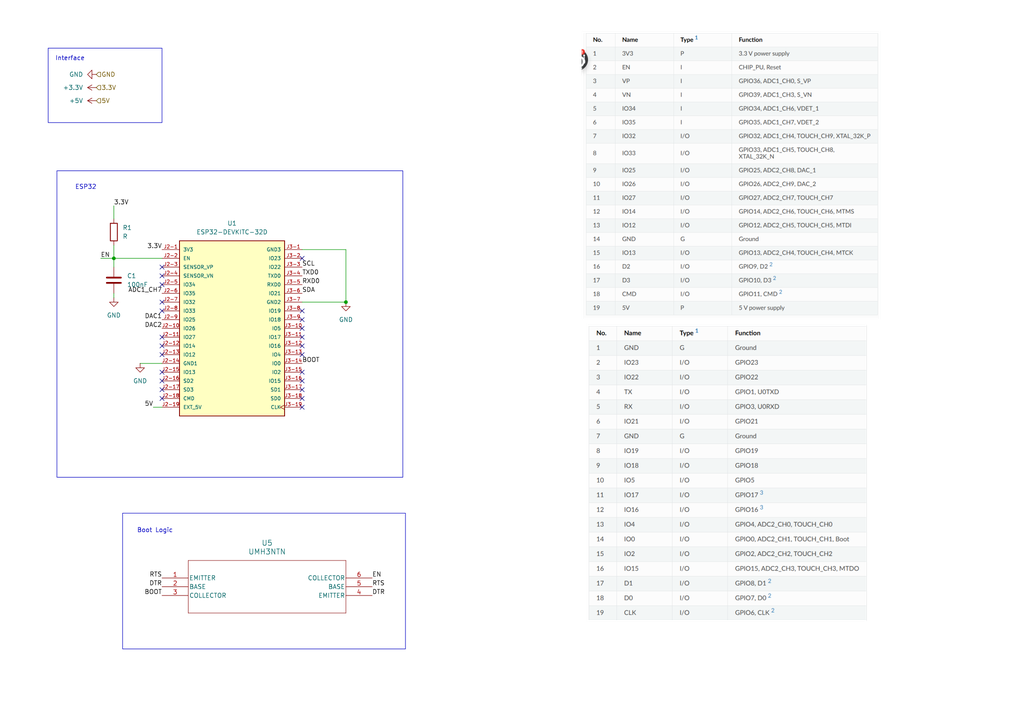
<source format=kicad_sch>
(kicad_sch (version 20250114) (generator "eeschema") (generator_version "9.0")
  (paper "A4")
  (lib_symbols
    (symbol "Device:C" (pin_numbers (hide yes)) (pin_names (offset 0.254))
      (property "Reference" "C" (at 0.635 2.54 0))
      (property "Value" "C" (at 0.635 -2.54 0))
      (symbol "C_0_1"
        (polyline (pts (xy -2.032 0.762) (xy 2.032 0.762)) (stroke (width 0.508)))
        (polyline (pts (xy -2.032 -0.762) (xy 2.032 -0.762)) (stroke (width 0.508)))
      )
      (symbol "C_1_1"
        (pin passive line (at 0 3.81 270) (length 2.794) (name "~") (number "1"))
        (pin passive line (at 0 -3.81 90) (length 2.794) (name "~") (number "2"))
      )
    )
    (symbol "Device:R" (pin_numbers (hide yes)) (pin_names (offset 0))
      (property "Reference" "R" (at 2.032 0 90))
      (property "Value" "R" (at 0 0 90))
      (symbol "R_0_1"
        (rectangle (start -1.016 -2.54) (end 1.016 2.54) (stroke (width 0.254)))
      )
      (symbol "R_1_1"
        (pin passive line (at 0 3.81 270) (length 1.27) (name "~") (number "1"))
        (pin passive line (at 0 -3.81 90) (length 1.27) (name "~") (number "2"))
      )
    )
    (symbol "ESP32-DEVKITC-32D:ESP32-DEVKITC-32D" (pin_names (offset 1.016))
      (property "Reference" "U" (at -15.2572 26.0643 0))
      (property "Value" "ESP32-DEVKITC-32D" (at -15.2563 -27.9698 0))
      (symbol "ESP32-DEVKITC-32D_0_0"
        (rectangle (start -15.24 -25.4) (end 15.24 25.4) (stroke (width 0.254)) (fill (type background)))
        (pin power_in line (at -20.32 22.86 0) (length 5.08) (name "3V3") (number "J2-1"))
        (pin input line (at -20.32 20.32 0) (length 5.08) (name "EN") (number "J2-2"))
        (pin input line (at -20.32 17.78 0) (length 5.08) (name "SENSOR_VP") (number "J2-3"))
        (pin input line (at -20.32 15.24 0) (length 5.08) (name "SENSOR_VN") (number "J2-4"))
        (pin bidirectional line (at -20.32 12.7 0) (length 5.08) (name "IO34") (number "J2-5"))
        (pin bidirectional line (at -20.32 10.16 0) (length 5.08) (name "IO35") (number "J2-6"))
        (pin bidirectional line (at -20.32 7.62 0) (length 5.08) (name "IO32") (number "J2-7"))
        (pin bidirectional line (at -20.32 5.08 0) (length 5.08) (name "IO33") (number "J2-8"))
        (pin bidirectional line (at -20.32 2.54 0) (length 5.08) (name "IO25") (number "J2-9"))
        (pin bidirectional line (at -20.32 0 0) (length 5.08) (name "IO26") (number "J2-10"))
        (pin bidirectional line (at -20.32 -2.54 0) (length 5.08) (name "IO27") (number "J2-11"))
        (pin bidirectional line (at -20.32 -5.08 0) (length 5.08) (name "IO14") (number "J2-12"))
        (pin bidirectional line (at -20.32 -7.62 0) (length 5.08) (name "IO12") (number "J2-13"))
        (pin power_in line (at -20.32 -10.16 0) (length 5.08) (name "GND1") (number "J2-14"))
        (pin bidirectional line (at -20.32 -12.7 0) (length 5.08) (name "IO13") (number "J2-15"))
        (pin bidirectional line (at -20.32 -15.24 0) (length 5.08) (name "SD2") (number "J2-16"))
        (pin bidirectional line (at -20.32 -17.78 0) (length 5.08) (name "SD3") (number "J2-17"))
        (pin bidirectional line (at -20.32 -20.32 0) (length 5.08) (name "CMD") (number "J2-18"))
        (pin power_in line (at -20.32 -22.86 0) (length 5.08) (name "EXT_5V") (number "J2-19"))
        (pin power_in line (at 20.32 22.86 180) (length 5.08) (name "GND3") (number "J3-1"))
        (pin bidirectional line (at 20.32 20.32 180) (length 5.08) (name "IO23") (number "J3-2"))
        (pin bidirectional line (at 20.32 17.78 180) (length 5.08) (name "IO22") (number "J3-3"))
        (pin output line (at 20.32 15.24 180) (length 5.08) (name "TXD0") (number "J3-4"))
        (pin input line (at 20.32 12.7 180) (length 5.08) (name "RXD0") (number "J3-5"))
        (pin bidirectional line (at 20.32 10.16 180) (length 5.08) (name "IO21") (number "J3-6"))
        (pin power_in line (at 20.32 7.62 180) (length 5.08) (name "GND2") (number "J3-7"))
        (pin bidirectional line (at 20.32 5.08 180) (length 5.08) (name "IO19") (number "J3-8"))
        (pin bidirectional line (at 20.32 2.54 180) (length 5.08) (name "IO18") (number "J3-9"))
        (pin bidirectional line (at 20.32 0 180) (length 5.08) (name "IO5") (number "J3-10"))
        (pin bidirectional line (at 20.32 -2.54 180) (length 5.08) (name "IO17") (number "J3-11"))
        (pin bidirectional line (at 20.32 -5.08 180) (length 5.08) (name "IO16") (number "J3-12"))
        (pin bidirectional line (at 20.32 -7.62 180) (length 5.08) (name "IO4") (number "J3-13"))
        (pin bidirectional line (at 20.32 -10.16 180) (length 5.08) (name "IO0") (number "J3-14"))
        (pin bidirectional line (at 20.32 -12.7 180) (length 5.08) (name "IO2") (number "J3-15"))
        (pin bidirectional line (at 20.32 -15.24 180) (length 5.08) (name "IO15") (number "J3-16"))
        (pin bidirectional line (at 20.32 -17.78 180) (length 5.08) (name "SD1") (number "J3-17"))
        (pin bidirectional line (at 20.32 -20.32 180) (length 5.08) (name "SD0") (number "J3-18"))
        (pin input clock (at 20.32 -22.86 180) (length 5.08) (name "CLK") (number "J3-19"))
      )
    )
    (symbol "UMH3NTN:UMH3NTN" (pin_names (offset 0.254))
      (property "Reference" "U" (at 30.48 10.16 0))
      (property "Value" "UMH3NTN" (at 30.48 7.62 0))
      (symbol "UMH3NTN_0_1"
        (polyline (pts (xy 7.62 5.08) (xy 7.62 -10.16)) (stroke (width 0.127)))
        (polyline (pts (xy 7.62 -10.16) (xy 53.34 -10.16)) (stroke (width 0.127)))
        (polyline (pts (xy 53.34 5.08) (xy 7.62 5.08)) (stroke (width 0.127)))
        (polyline (pts (xy 53.34 -10.16) (xy 53.34 5.08)) (stroke (width 0.127)))
        (pin unspecified line (at 0 0 0) (length 7.62) (name "EMITTER") (number "1"))
        (pin unspecified line (at 0 -2.54 0) (length 7.62) (name "BASE") (number "2"))
        (pin unspecified line (at 0 -5.08 0) (length 7.62) (name "COLLECTOR") (number "3"))
        (pin unspecified line (at 60.96 0 180) (length 7.62) (name "COLLECTOR") (number "6"))
        (pin unspecified line (at 60.96 -2.54 180) (length 7.62) (name "BASE") (number "5"))
        (pin unspecified line (at 60.96 -5.08 180) (length 7.62) (name "EMITTER") (number "4"))
      )
    )
    (symbol "power:+3.3V" (power) (pin_numbers (hide yes)) (pin_names (offset 0) (hide yes))
      (property "Value" "+3.3V" (at 0 3.556 0))
      (symbol "+3.3V_0_1"
        (polyline (pts (xy -0.762 1.27) (xy 0 2.54)))
        (polyline (pts (xy 0 2.54) (xy 0.762 1.27)))
        (polyline (pts (xy 0 0) (xy 0 2.54)))
      )
      (symbol "+3.3V_1_1"
        (pin power_in line (at 0 0 90) (length 0) (name "~") (number "1"))
      )
    )
    (symbol "power:+5V" (power) (pin_numbers (hide yes)) (pin_names (offset 0) (hide yes))
      (property "Value" "+5V" (at 0 3.556 0))
      (symbol "+5V_0_1"
        (polyline (pts (xy -0.762 1.27) (xy 0 2.54)))
        (polyline (pts (xy 0 2.54) (xy 0.762 1.27)))
        (polyline (pts (xy 0 0) (xy 0 2.54)))
      )
      (symbol "+5V_1_1"
        (pin power_in line (at 0 0 90) (length 0) (name "~") (number "1"))
      )
    )
    (symbol "power:GND" (power) (pin_numbers (hide yes)) (pin_names (offset 0) (hide yes))
      (property "Value" "GND" (at 0 -3.81 0))
      (symbol "GND_0_1"
        (polyline (pts (xy 0 0) (xy 0 -1.27) (xy 1.27 -1.27) (xy 0 -2.54) (xy -1.27 -1.27) (xy 0 -1.27)))
      )
      (symbol "GND_1_1"
        (pin power_in line (at 0 0 270) (length 0) (name "~") (number "1"))
      )
    )
  )
  (rectangle (start 16.51 49.53) (end 116.84 138.43))
  (rectangle (start 35.56 148.844) (end 117.602 188.214))
  (rectangle (start 13.97 13.97) (end 46.99 35.56))
  (text "ESP32" (at 24.892 54.356 0) (effects (font (size 1.27 1.27))))
  (text "Boot Logic" (at 44.958 153.924 0) (effects (font (size 1.27 1.27))))
  (text "Interface" (at 20.32 17.018 0) (effects (font (size 1.27 1.27))))
  (junction (at 33.02 74.93))
  (junction (at 100.33 87.63))
  (no_connect (at 46.99 107.95))
  (no_connect (at 46.99 100.33))
  (no_connect (at 87.63 97.79))
  (no_connect (at 87.63 113.03))
  (no_connect (at 87.63 102.87))
  (no_connect (at 87.63 110.49))
  (no_connect (at 46.99 115.57))
  (no_connect (at 46.99 110.49))
  (no_connect (at 87.63 90.17))
  (no_connect (at 46.99 80.01))
  (no_connect (at 46.99 102.87))
  (no_connect (at 87.63 107.95))
  (no_connect (at 87.63 115.57))
  (no_connect (at 46.99 90.17))
  (no_connect (at 46.99 77.47))
  (no_connect (at 46.99 113.03))
  (no_connect (at 87.63 100.33))
  (no_connect (at 87.63 118.11))
  (no_connect (at 87.63 95.25))
  (no_connect (at 46.99 82.55))
  (no_connect (at 46.99 87.63))
  (no_connect (at 87.63 92.71))
  (no_connect (at 87.63 74.93))
  (no_connect (at 46.99 97.79))
  (wire (pts (xy 44.45 118.11) (xy 46.99 118.11)))
  (wire (pts (xy 100.33 72.39) (xy 100.33 87.63)))
  (wire (pts (xy 33.02 74.93) (xy 33.02 77.47)))
  (wire (pts (xy 33.02 59.69) (xy 33.02 63.5)))
  (wire (pts (xy 29.21 74.93) (xy 33.02 74.93)))
  (wire (pts (xy 87.63 87.63) (xy 100.33 87.63)))
  (wire (pts (xy 46.99 74.93) (xy 33.02 74.93)))
  (wire (pts (xy 33.02 71.12) (xy 33.02 74.93)))
  (wire (pts (xy 87.63 72.39) (xy 100.33 72.39)))
  (wire (pts (xy 33.02 85.09) (xy 33.02 86.36)))
  (wire (pts (xy 40.64 105.41) (xy 46.99 105.41)))
  (image (at 210.82 137.16) (scale 0.385347))
  (image (at 212.09 50.8) (scale 0.360057))
  (label "TXD0" (at 87.63 80.01 0))
  (label "BOOT" (at 87.63 105.41 0))
  (label "SDA" (at 87.63 85.09 0))
  (label "DAC2" (at 46.99 95.25 180))
  (label "EN" (at 29.21 74.93 0))
  (label "RTS" (at 46.99 167.64 180))
  (label "BOOT" (at 46.99 172.72 180))
  (label "SCL" (at 87.63 77.47 0))
  (label "RTS" (at 107.95 170.18 0))
  (label "DTR" (at 46.99 170.18 180))
  (label "3.3V" (at 46.99 72.39 180))
  (label "5V" (at 44.45 118.11 180))
  (label "DTR" (at 107.95 172.72 0))
  (label "3.3V" (at 33.02 59.69 0))
  (label "RXD0" (at 87.63 82.55 0))
  (label "DAC1" (at 46.99 92.71 180))
  (label "ADC1_CH7" (at 46.99 85.09 180))
  (label "EN" (at 107.95 167.64 0))
  (hierarchical_label "5V" (shape input) (at 27.94 29.21 0))
  (hierarchical_label "3.3V" (shape input) (at 27.94 25.4 0))
  (hierarchical_label "GND" (shape input) (at 27.94 21.59 0))
  (symbol (lib_id "power:+5V") (at 27.94 29.21 90) (unit 1)
    (property "Reference" "#PWR010" (effects (hide yes)))
    (property "Value" "+5V" (at 24.13 29.2099 90) (effects (justify left)))
    (property "Description" "Power symbol creates a global label with name \"+5V\"" (effects (hide yes)))
  )
  (symbol (lib_id "ESP32-DEVKITC-32D:ESP32-DEVKITC-32D") (at 67.31 95.25 0) (unit 1)
    (property "Reference" "U1" (at 67.31 64.77 0))
    (property "Value" "ESP32-DEVKITC-32D" (at 67.31 67.31 0))
    (property "Footprint" "ESP32-DEVKITC-32D:MODULE_ESP32-DEVKITC-32D" (effects (hide yes)))
    (property "DigiKey_Part_Number" "1965-1000-ND" (effects (hide yes)))
    (property "SnapEDA_Link" "https://www.snapeda.com/parts/ESP32-DEVKITC-32D/Espressif+Systems/view-part/?ref=snap" (effects (hide yes)))
    (property "MAXIMUM_PACKAGE_HEIGHT" "N/A" (effects (hide yes)))
    (property "Package" "None" (effects (hide yes)))
    (property "Check_prices" "https://www.snapeda.com/parts/ESP32-DEVKITC-32D/Espressif+Systems/view-part/?ref=eda" (effects (hide yes)))
    (property "STANDARD" "Manufacturer Recommendations" (effects (hide yes)))
    (property "PARTREV" "V4" (effects (hide yes)))
    (property "MF" "Espressif Systems" (effects (hide yes)))
    (property "MP" "ESP32-DEVKITC-32D" (effects (hide yes)))
    (property "Description_1" "WiFi Development Tools (802.11) ESP32 General Development Kit, ESP32-WROOM-32D on the board" (effects (hide yes)))
    (property "MANUFACTURER" "Espressif Systems" (effects (hide yes)))
    (property "SNAPEDA_PN" "ESP32-DEVKITC-32D" (effects (hide yes)))
  )
  (symbol (lib_id "power:GND") (at 33.02 86.36 0) (unit 1)
    (property "Reference" "#PWR02" (effects (hide yes)))
    (property "Value" "GND" (at 33.02 91.44 0))
    (property "Description" "Power symbol creates a global label with name \"GND\" , ground" (effects (hide yes)))
  )
  (symbol (lib_id "power:GND") (at 27.94 21.59 270) (unit 1)
    (property "Reference" "#PWR04" (effects (hide yes)))
    (property "Value" "GND" (at 24.13 21.5899 90) (effects (justify right)))
    (property "Description" "Power symbol creates a global label with name \"GND\" , ground" (effects (hide yes)))
  )
  (symbol (lib_id "Device:R") (at 33.02 67.31 0) (unit 1)
    (property "Reference" "R1" (at 35.56 66.0399 0) (effects (justify left)))
    (property "Value" "R" (at 35.56 68.5799 0) (effects (justify left)))
    (property "Description" "Resistor" (effects (hide yes)))
  )
  (symbol (lib_id "power:GND") (at 100.33 87.63 0) (unit 1)
    (property "Reference" "#PWR09" (effects (hide yes)))
    (property "Value" "GND" (at 100.33 92.71 0))
    (property "Description" "Power symbol creates a global label with name \"GND\" , ground" (effects (hide yes)))
  )
  (symbol (lib_id "power:GND") (at 40.64 105.41 0) (unit 1)
    (property "Reference" "#PWR01" (effects (hide yes)))
    (property "Value" "GND" (at 40.64 110.49 0))
    (property "Description" "Power symbol creates a global label with name \"GND\" , ground" (effects (hide yes)))
  )
  (symbol (lib_id "Device:C") (at 33.02 81.28 0) (unit 1)
    (property "Reference" "C1" (at 36.83 80.0099 0) (effects (justify left)))
    (property "Value" "100nF" (at 36.83 82.5499 0) (effects (justify left)))
    (property "Description" "Unpolarized capacitor" (effects (hide yes)))
  )
  (symbol (lib_id "UMH3NTN:UMH3NTN") (at 46.99 167.64 0) (unit 1)
    (property "Reference" "U5" (at 77.47 157.48 0) (effects (font (size 1.524 1.524))))
    (property "Value" "UMH3NTN" (at 77.47 160.02 0) (effects (font (size 1.524 1.524))))
    (property "Footprint" "SOT-363_ROM" (effects (hide yes)))
    (property "Datasheet" "UMH3NTN" (effects (hide yes)))
  )
  (symbol (lib_id "power:+3.3V") (at 27.94 25.4 90) (unit 1)
    (property "Reference" "#PWR03" (effects (hide yes)))
    (property "Value" "+3.3V" (at 24.13 25.3999 90) (effects (justify left)))
    (property "Description" "Power symbol creates a global label with name \"+3.3V\"" (effects (hide yes)))
  )
)
</source>
